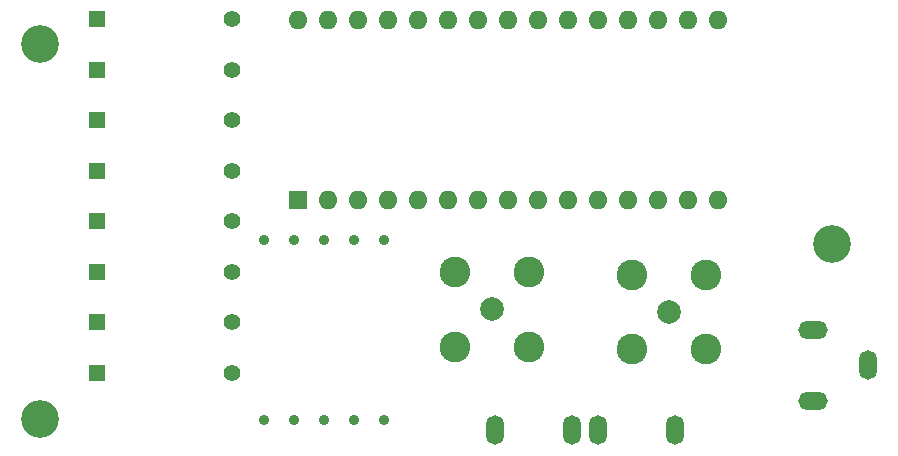
<source format=gbr>
%TF.GenerationSoftware,KiCad,Pcbnew,9.0.6-9.0.6~ubuntu24.04.1*%
%TF.CreationDate,2026-01-09T17:07:22-08:00*%
%TF.ProjectId,MCU Project,4d435520-5072-46f6-9a65-63742e6b6963,rev?*%
%TF.SameCoordinates,Original*%
%TF.FileFunction,Soldermask,Top*%
%TF.FilePolarity,Negative*%
%FSLAX46Y46*%
G04 Gerber Fmt 4.6, Leading zero omitted, Abs format (unit mm)*
G04 Created by KiCad (PCBNEW 9.0.6-9.0.6~ubuntu24.04.1) date 2026-01-09 17:07:22*
%MOMM*%
%LPD*%
G01*
G04 APERTURE LIST*
%ADD10C,3.200000*%
%ADD11C,2.004000*%
%ADD12C,2.604000*%
%ADD13R,1.397000X1.397000*%
%ADD14C,1.397000*%
%ADD15O,1.520000X2.500000*%
%ADD16O,2.500000X1.520000*%
%ADD17R,1.600000X1.600000*%
%ADD18O,1.600000X1.600000*%
%ADD19C,0.900000*%
G04 APERTURE END LIST*
D10*
%TO.C,M3*%
X175000000Y-97250000D03*
%TD*%
%TO.C,M3*%
X108000000Y-112000000D03*
%TD*%
%TO.C,M3*%
X108000000Y-80250000D03*
%TD*%
D11*
%TO.C,J1*%
X146250000Y-102750000D03*
D12*
X143100000Y-99600000D03*
X143100000Y-105900000D03*
X149400000Y-99600000D03*
X149400000Y-105900000D03*
%TD*%
D13*
%TO.C,R1*%
X112785000Y-78170200D03*
D14*
X124215000Y-78170200D03*
%TD*%
D13*
%TO.C,R7*%
X112785000Y-103829800D03*
D14*
X124215000Y-103829800D03*
%TD*%
D15*
%TO.C,U4*%
X161750000Y-113000000D03*
X155250000Y-113000000D03*
%TD*%
D13*
%TO.C,R3*%
X112785000Y-86723400D03*
D14*
X124215000Y-86723400D03*
%TD*%
D11*
%TO.C,J2*%
X161250000Y-103000000D03*
D12*
X158100000Y-99850000D03*
X158100000Y-106150000D03*
X164400000Y-99850000D03*
X164400000Y-106150000D03*
%TD*%
D16*
%TO.C,DC1*%
X173400000Y-104500000D03*
X173400000Y-110500000D03*
D15*
X178100000Y-107500000D03*
%TD*%
D13*
%TO.C,R5*%
X112785000Y-95276600D03*
D14*
X124215000Y-95276600D03*
%TD*%
D17*
%TO.C,A1*%
X129840000Y-93500000D03*
D18*
X132380000Y-93500000D03*
X134920000Y-93500000D03*
X137460000Y-93500000D03*
X140000000Y-93500000D03*
X142540000Y-93500000D03*
X145080000Y-93500000D03*
X147620000Y-93500000D03*
X150160000Y-93500000D03*
X152700000Y-93500000D03*
X155240000Y-93500000D03*
X157780000Y-93500000D03*
X160320000Y-93500000D03*
X162860000Y-93500000D03*
X165400000Y-93500000D03*
X165400000Y-78260000D03*
X162860000Y-78260000D03*
X160320000Y-78260000D03*
X157780000Y-78260000D03*
X155240000Y-78260000D03*
X152700000Y-78260000D03*
X150160000Y-78260000D03*
X147620000Y-78260000D03*
X145080000Y-78260000D03*
X142540000Y-78260000D03*
X140000000Y-78260000D03*
X137460000Y-78260000D03*
X134920000Y-78260000D03*
X132380000Y-78260000D03*
X129840000Y-78260000D03*
%TD*%
D19*
%TO.C,U1*%
X137080000Y-96880000D03*
X134540000Y-96880000D03*
X132000000Y-96880000D03*
X129460000Y-96880000D03*
X126920000Y-96880000D03*
X126920000Y-112120000D03*
X129460000Y-112120000D03*
X132000000Y-112120000D03*
X134540000Y-112120000D03*
X137080000Y-112120000D03*
%TD*%
D13*
%TO.C,R2*%
X112785000Y-82446800D03*
D14*
X124215000Y-82446800D03*
%TD*%
D13*
%TO.C,R8*%
X112785000Y-108106400D03*
D14*
X124215000Y-108106400D03*
%TD*%
D13*
%TO.C,R4*%
X112785000Y-91000000D03*
D14*
X124215000Y-91000000D03*
%TD*%
D13*
%TO.C,R6*%
X112785000Y-99553200D03*
D14*
X124215000Y-99553200D03*
%TD*%
D15*
%TO.C,U3*%
X146500000Y-113000000D03*
X153000000Y-113000000D03*
%TD*%
M02*

</source>
